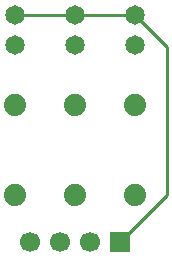
<source format=gbl>
G04 Layer: BottomLayer*
G04 EasyEDA v6.2.46, 2019-12-16T18:13:11+02:00*
G04 4f520af787a2458aba7336f494d3e8d0,9a472788fb3748f5b1af1517000a09b8,10*
G04 Gerber Generator version 0.2*
G04 Scale: 100 percent, Rotated: No, Reflected: No *
G04 Dimensions in millimeters *
G04 leading zeros omitted , absolute positions ,3 integer and 3 decimal *
%FSLAX33Y33*%
%MOMM*%
G90*
G71D02*

%ADD10C,0.254000*%
%ADD11C,1.651000*%
%ADD12R,1.699997X1.699997*%
%ADD13C,1.699997*%
%ADD14C,1.879600*%

%LPD*%
G54D10*
G01X7620Y24130D02*
G01X12700Y24130D01*
G01X12700Y24130D02*
G01X17780Y24130D01*
G01X17780Y24130D02*
G01X20447Y21463D01*
G01X20447Y8890D01*
G01X16510Y4953D01*
G54D11*
G01X7620Y21590D03*
G01X7620Y24130D03*
G01X12700Y21590D03*
G01X12700Y24130D03*
G01X17780Y21590D03*
G01X17780Y24130D03*
G54D12*
G01X16510Y4953D03*
G54D13*
G01X13970Y4953D03*
G01X11430Y4953D03*
G01X8890Y4953D03*
G54D14*
G01X7620Y8890D03*
G01X7620Y16510D03*
G01X12700Y8890D03*
G01X12700Y16510D03*
G01X17780Y8890D03*
G01X17780Y16510D03*
M00*
M02*

</source>
